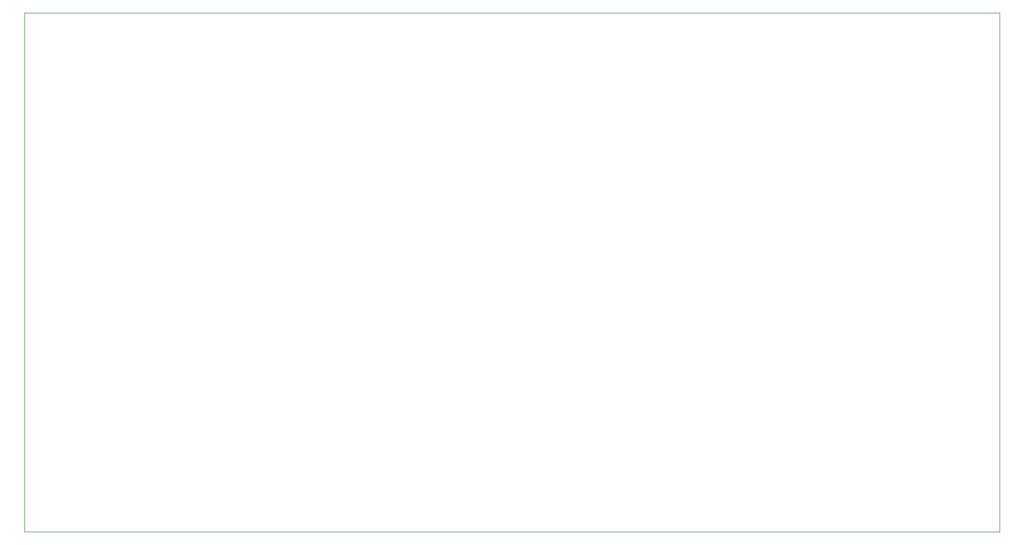
<source format=gbr>
%TF.GenerationSoftware,KiCad,Pcbnew,(6.0.7)*%
%TF.CreationDate,2022-08-13T17:23:50-04:00*%
%TF.ProjectId,PB_16,50425f31-362e-46b6-9963-61645f706362,v2*%
%TF.SameCoordinates,Original*%
%TF.FileFunction,Profile,NP*%
%FSLAX46Y46*%
G04 Gerber Fmt 4.6, Leading zero omitted, Abs format (unit mm)*
G04 Created by KiCad (PCBNEW (6.0.7)) date 2022-08-13 17:23:50*
%MOMM*%
%LPD*%
G01*
G04 APERTURE LIST*
%TA.AperFunction,Profile*%
%ADD10C,0.050000*%
%TD*%
G04 APERTURE END LIST*
D10*
X218801000Y-153617800D02*
X218801000Y-74467800D01*
X70201000Y-74467800D02*
X70201000Y-153617800D01*
X218801000Y-74467800D02*
X70201000Y-74467800D01*
X218801000Y-153617800D02*
X70201000Y-153617800D01*
M02*

</source>
